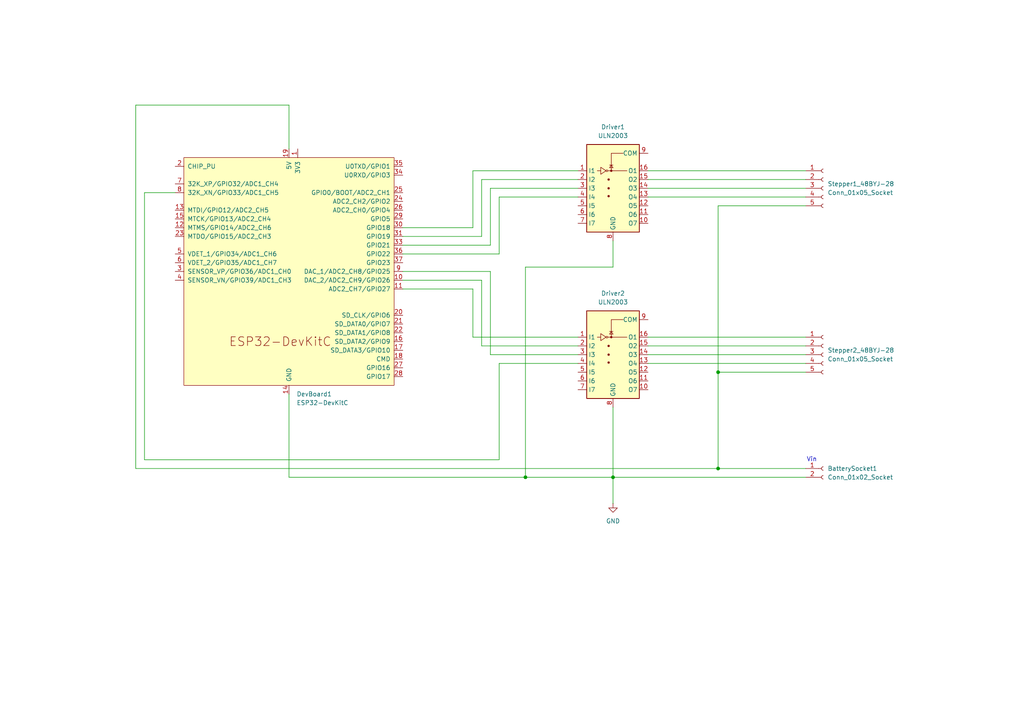
<source format=kicad_sch>
(kicad_sch
	(version 20231120)
	(generator "eeschema")
	(generator_version "8.0")
	(uuid "249b1823-d36b-4066-a894-3c9c5b875b6d")
	(paper "A4")
	(title_block
		(title "Assembly Line : Drone V1")
		(date "2024-03-05")
	)
	(lib_symbols
		(symbol "Connector:Conn_01x02_Socket"
			(pin_names
				(offset 1.016) hide)
			(exclude_from_sim no)
			(in_bom yes)
			(on_board yes)
			(property "Reference" "J"
				(at 0 2.54 0)
				(effects
					(font
						(size 1.27 1.27)
					)
				)
			)
			(property "Value" "Conn_01x02_Socket"
				(at 0 -5.08 0)
				(effects
					(font
						(size 1.27 1.27)
					)
				)
			)
			(property "Footprint" ""
				(at 0 0 0)
				(effects
					(font
						(size 1.27 1.27)
					)
					(hide yes)
				)
			)
			(property "Datasheet" "~"
				(at 0 0 0)
				(effects
					(font
						(size 1.27 1.27)
					)
					(hide yes)
				)
			)
			(property "Description" "Generic connector, single row, 01x02, script generated"
				(at 0 0 0)
				(effects
					(font
						(size 1.27 1.27)
					)
					(hide yes)
				)
			)
			(property "ki_locked" ""
				(at 0 0 0)
				(effects
					(font
						(size 1.27 1.27)
					)
				)
			)
			(property "ki_keywords" "connector"
				(at 0 0 0)
				(effects
					(font
						(size 1.27 1.27)
					)
					(hide yes)
				)
			)
			(property "ki_fp_filters" "Connector*:*_1x??_*"
				(at 0 0 0)
				(effects
					(font
						(size 1.27 1.27)
					)
					(hide yes)
				)
			)
			(symbol "Conn_01x02_Socket_1_1"
				(arc
					(start 0 -2.032)
					(mid -0.5058 -2.54)
					(end 0 -3.048)
					(stroke
						(width 0.1524)
						(type default)
					)
					(fill
						(type none)
					)
				)
				(polyline
					(pts
						(xy -1.27 -2.54) (xy -0.508 -2.54)
					)
					(stroke
						(width 0.1524)
						(type default)
					)
					(fill
						(type none)
					)
				)
				(polyline
					(pts
						(xy -1.27 0) (xy -0.508 0)
					)
					(stroke
						(width 0.1524)
						(type default)
					)
					(fill
						(type none)
					)
				)
				(arc
					(start 0 0.508)
					(mid -0.5058 0)
					(end 0 -0.508)
					(stroke
						(width 0.1524)
						(type default)
					)
					(fill
						(type none)
					)
				)
				(pin passive line
					(at -5.08 0 0)
					(length 3.81)
					(name "Pin_1"
						(effects
							(font
								(size 1.27 1.27)
							)
						)
					)
					(number "1"
						(effects
							(font
								(size 1.27 1.27)
							)
						)
					)
				)
				(pin passive line
					(at -5.08 -2.54 0)
					(length 3.81)
					(name "Pin_2"
						(effects
							(font
								(size 1.27 1.27)
							)
						)
					)
					(number "2"
						(effects
							(font
								(size 1.27 1.27)
							)
						)
					)
				)
			)
		)
		(symbol "Connector:Conn_01x05_Socket"
			(pin_names
				(offset 1.016) hide)
			(exclude_from_sim no)
			(in_bom yes)
			(on_board yes)
			(property "Reference" "J"
				(at 0 7.62 0)
				(effects
					(font
						(size 1.27 1.27)
					)
				)
			)
			(property "Value" "Conn_01x05_Socket"
				(at 0 -7.62 0)
				(effects
					(font
						(size 1.27 1.27)
					)
				)
			)
			(property "Footprint" ""
				(at 0 0 0)
				(effects
					(font
						(size 1.27 1.27)
					)
					(hide yes)
				)
			)
			(property "Datasheet" "~"
				(at 0 0 0)
				(effects
					(font
						(size 1.27 1.27)
					)
					(hide yes)
				)
			)
			(property "Description" "Generic connector, single row, 01x05, script generated"
				(at 0 0 0)
				(effects
					(font
						(size 1.27 1.27)
					)
					(hide yes)
				)
			)
			(property "ki_locked" ""
				(at 0 0 0)
				(effects
					(font
						(size 1.27 1.27)
					)
				)
			)
			(property "ki_keywords" "connector"
				(at 0 0 0)
				(effects
					(font
						(size 1.27 1.27)
					)
					(hide yes)
				)
			)
			(property "ki_fp_filters" "Connector*:*_1x??_*"
				(at 0 0 0)
				(effects
					(font
						(size 1.27 1.27)
					)
					(hide yes)
				)
			)
			(symbol "Conn_01x05_Socket_1_1"
				(arc
					(start 0 -4.572)
					(mid -0.5058 -5.08)
					(end 0 -5.588)
					(stroke
						(width 0.1524)
						(type default)
					)
					(fill
						(type none)
					)
				)
				(arc
					(start 0 -2.032)
					(mid -0.5058 -2.54)
					(end 0 -3.048)
					(stroke
						(width 0.1524)
						(type default)
					)
					(fill
						(type none)
					)
				)
				(polyline
					(pts
						(xy -1.27 -5.08) (xy -0.508 -5.08)
					)
					(stroke
						(width 0.1524)
						(type default)
					)
					(fill
						(type none)
					)
				)
				(polyline
					(pts
						(xy -1.27 -2.54) (xy -0.508 -2.54)
					)
					(stroke
						(width 0.1524)
						(type default)
					)
					(fill
						(type none)
					)
				)
				(polyline
					(pts
						(xy -1.27 0) (xy -0.508 0)
					)
					(stroke
						(width 0.1524)
						(type default)
					)
					(fill
						(type none)
					)
				)
				(polyline
					(pts
						(xy -1.27 2.54) (xy -0.508 2.54)
					)
					(stroke
						(width 0.1524)
						(type default)
					)
					(fill
						(type none)
					)
				)
				(polyline
					(pts
						(xy -1.27 5.08) (xy -0.508 5.08)
					)
					(stroke
						(width 0.1524)
						(type default)
					)
					(fill
						(type none)
					)
				)
				(arc
					(start 0 0.508)
					(mid -0.5058 0)
					(end 0 -0.508)
					(stroke
						(width 0.1524)
						(type default)
					)
					(fill
						(type none)
					)
				)
				(arc
					(start 0 3.048)
					(mid -0.5058 2.54)
					(end 0 2.032)
					(stroke
						(width 0.1524)
						(type default)
					)
					(fill
						(type none)
					)
				)
				(arc
					(start 0 5.588)
					(mid -0.5058 5.08)
					(end 0 4.572)
					(stroke
						(width 0.1524)
						(type default)
					)
					(fill
						(type none)
					)
				)
				(pin passive line
					(at -5.08 5.08 0)
					(length 3.81)
					(name "Pin_1"
						(effects
							(font
								(size 1.27 1.27)
							)
						)
					)
					(number "1"
						(effects
							(font
								(size 1.27 1.27)
							)
						)
					)
				)
				(pin passive line
					(at -5.08 2.54 0)
					(length 3.81)
					(name "Pin_2"
						(effects
							(font
								(size 1.27 1.27)
							)
						)
					)
					(number "2"
						(effects
							(font
								(size 1.27 1.27)
							)
						)
					)
				)
				(pin passive line
					(at -5.08 0 0)
					(length 3.81)
					(name "Pin_3"
						(effects
							(font
								(size 1.27 1.27)
							)
						)
					)
					(number "3"
						(effects
							(font
								(size 1.27 1.27)
							)
						)
					)
				)
				(pin passive line
					(at -5.08 -2.54 0)
					(length 3.81)
					(name "Pin_4"
						(effects
							(font
								(size 1.27 1.27)
							)
						)
					)
					(number "4"
						(effects
							(font
								(size 1.27 1.27)
							)
						)
					)
				)
				(pin passive line
					(at -5.08 -5.08 0)
					(length 3.81)
					(name "Pin_5"
						(effects
							(font
								(size 1.27 1.27)
							)
						)
					)
					(number "5"
						(effects
							(font
								(size 1.27 1.27)
							)
						)
					)
				)
			)
		)
		(symbol "PCM_Espressif:ESP32-DevKitC"
			(pin_names
				(offset 1.016)
			)
			(exclude_from_sim no)
			(in_bom yes)
			(on_board yes)
			(property "Reference" "U"
				(at -30.48 38.1 0)
				(effects
					(font
						(size 1.27 1.27)
					)
					(justify left)
				)
			)
			(property "Value" "ESP32-DevKitC"
				(at -30.48 35.56 0)
				(effects
					(font
						(size 1.27 1.27)
					)
					(justify left)
				)
			)
			(property "Footprint" "PCM_Espressif:ESP32-DevKitC"
				(at 0 -43.18 0)
				(effects
					(font
						(size 1.27 1.27)
					)
					(hide yes)
				)
			)
			(property "Datasheet" "https://docs.espressif.com/projects/esp-idf/zh_CN/latest/esp32/hw-reference/esp32/get-started-devkitc.html"
				(at 0 -45.72 0)
				(effects
					(font
						(size 1.27 1.27)
					)
					(hide yes)
				)
			)
			(property "Description" "Development Kit"
				(at 0 0 0)
				(effects
					(font
						(size 1.27 1.27)
					)
					(hide yes)
				)
			)
			(property "ki_keywords" "ESP32"
				(at 0 0 0)
				(effects
					(font
						(size 1.27 1.27)
					)
					(hide yes)
				)
			)
			(symbol "ESP32-DevKitC_0_0"
				(text "ESP32-DevKitC"
					(at -2.54 -20.32 0)
					(effects
						(font
							(size 2.54 2.54)
						)
					)
				)
				(pin power_in line
					(at 0 -35.56 90)
					(length 2.54)
					(name "GND"
						(effects
							(font
								(size 1.27 1.27)
							)
						)
					)
					(number "14"
						(effects
							(font
								(size 1.27 1.27)
							)
						)
					)
				)
				(pin power_in line
					(at 0 35.56 270)
					(length 2.54)
					(name "5V"
						(effects
							(font
								(size 1.27 1.27)
							)
						)
					)
					(number "19"
						(effects
							(font
								(size 1.27 1.27)
							)
						)
					)
				)
			)
			(symbol "ESP32-DevKitC_0_1"
				(rectangle
					(start -30.48 33.02)
					(end 30.48 -33.02)
					(stroke
						(width 0)
						(type default)
					)
					(fill
						(type background)
					)
				)
			)
			(symbol "ESP32-DevKitC_1_1"
				(pin power_in line
					(at 2.54 35.56 270)
					(length 2.54)
					(name "3V3"
						(effects
							(font
								(size 1.27 1.27)
							)
						)
					)
					(number "1"
						(effects
							(font
								(size 1.27 1.27)
							)
						)
					)
				)
				(pin bidirectional line
					(at 33.02 -2.54 180)
					(length 2.54)
					(name "DAC_2/ADC2_CH9/GPIO26"
						(effects
							(font
								(size 1.27 1.27)
							)
						)
					)
					(number "10"
						(effects
							(font
								(size 1.27 1.27)
							)
						)
					)
				)
				(pin bidirectional line
					(at 33.02 -5.08 180)
					(length 2.54)
					(name "ADC2_CH7/GPIO27"
						(effects
							(font
								(size 1.27 1.27)
							)
						)
					)
					(number "11"
						(effects
							(font
								(size 1.27 1.27)
							)
						)
					)
				)
				(pin bidirectional line
					(at -33.02 12.7 0)
					(length 2.54)
					(name "MTMS/GPIO14/ADC2_CH6"
						(effects
							(font
								(size 1.27 1.27)
							)
						)
					)
					(number "12"
						(effects
							(font
								(size 1.27 1.27)
							)
						)
					)
				)
				(pin bidirectional line
					(at -33.02 17.78 0)
					(length 2.54)
					(name "MTDI/GPIO12/ADC2_CH5"
						(effects
							(font
								(size 1.27 1.27)
							)
						)
					)
					(number "13"
						(effects
							(font
								(size 1.27 1.27)
							)
						)
					)
				)
				(pin bidirectional line
					(at -33.02 15.24 0)
					(length 2.54)
					(name "MTCK/GPIO13/ADC2_CH4"
						(effects
							(font
								(size 1.27 1.27)
							)
						)
					)
					(number "15"
						(effects
							(font
								(size 1.27 1.27)
							)
						)
					)
				)
				(pin bidirectional line
					(at 33.02 -20.32 180)
					(length 2.54)
					(name "SD_DATA2/GPIO9"
						(effects
							(font
								(size 1.27 1.27)
							)
						)
					)
					(number "16"
						(effects
							(font
								(size 1.27 1.27)
							)
						)
					)
				)
				(pin bidirectional line
					(at 33.02 -22.86 180)
					(length 2.54)
					(name "SD_DATA3/GPIO10"
						(effects
							(font
								(size 1.27 1.27)
							)
						)
					)
					(number "17"
						(effects
							(font
								(size 1.27 1.27)
							)
						)
					)
				)
				(pin bidirectional line
					(at 33.02 -25.4 180)
					(length 2.54)
					(name "CMD"
						(effects
							(font
								(size 1.27 1.27)
							)
						)
					)
					(number "18"
						(effects
							(font
								(size 1.27 1.27)
							)
						)
					)
				)
				(pin input line
					(at -33.02 30.48 0)
					(length 2.54)
					(name "CHIP_PU"
						(effects
							(font
								(size 1.27 1.27)
							)
						)
					)
					(number "2"
						(effects
							(font
								(size 1.27 1.27)
							)
						)
					)
				)
				(pin bidirectional line
					(at 33.02 -12.7 180)
					(length 2.54)
					(name "SD_CLK/GPIO6"
						(effects
							(font
								(size 1.27 1.27)
							)
						)
					)
					(number "20"
						(effects
							(font
								(size 1.27 1.27)
							)
						)
					)
				)
				(pin bidirectional line
					(at 33.02 -15.24 180)
					(length 2.54)
					(name "SD_DATA0/GPIO7"
						(effects
							(font
								(size 1.27 1.27)
							)
						)
					)
					(number "21"
						(effects
							(font
								(size 1.27 1.27)
							)
						)
					)
				)
				(pin bidirectional line
					(at 33.02 -17.78 180)
					(length 2.54)
					(name "SD_DATA1/GPIO8"
						(effects
							(font
								(size 1.27 1.27)
							)
						)
					)
					(number "22"
						(effects
							(font
								(size 1.27 1.27)
							)
						)
					)
				)
				(pin bidirectional line
					(at -33.02 10.16 0)
					(length 2.54)
					(name "MTDO/GPIO15/ADC2_CH3"
						(effects
							(font
								(size 1.27 1.27)
							)
						)
					)
					(number "23"
						(effects
							(font
								(size 1.27 1.27)
							)
						)
					)
				)
				(pin bidirectional line
					(at 33.02 20.32 180)
					(length 2.54)
					(name "ADC2_CH2/GPIO2"
						(effects
							(font
								(size 1.27 1.27)
							)
						)
					)
					(number "24"
						(effects
							(font
								(size 1.27 1.27)
							)
						)
					)
				)
				(pin bidirectional line
					(at 33.02 22.86 180)
					(length 2.54)
					(name "GPIO0/BOOT/ADC2_CH1"
						(effects
							(font
								(size 1.27 1.27)
							)
						)
					)
					(number "25"
						(effects
							(font
								(size 1.27 1.27)
							)
						)
					)
				)
				(pin bidirectional line
					(at 33.02 17.78 180)
					(length 2.54)
					(name "ADC2_CH0/GPIO4"
						(effects
							(font
								(size 1.27 1.27)
							)
						)
					)
					(number "26"
						(effects
							(font
								(size 1.27 1.27)
							)
						)
					)
				)
				(pin bidirectional line
					(at 33.02 -27.94 180)
					(length 2.54)
					(name "GPIO16"
						(effects
							(font
								(size 1.27 1.27)
							)
						)
					)
					(number "27"
						(effects
							(font
								(size 1.27 1.27)
							)
						)
					)
				)
				(pin bidirectional line
					(at 33.02 -30.48 180)
					(length 2.54)
					(name "GPIO17"
						(effects
							(font
								(size 1.27 1.27)
							)
						)
					)
					(number "28"
						(effects
							(font
								(size 1.27 1.27)
							)
						)
					)
				)
				(pin bidirectional line
					(at 33.02 15.24 180)
					(length 2.54)
					(name "GPIO5"
						(effects
							(font
								(size 1.27 1.27)
							)
						)
					)
					(number "29"
						(effects
							(font
								(size 1.27 1.27)
							)
						)
					)
				)
				(pin input line
					(at -33.02 0 0)
					(length 2.54)
					(name "SENSOR_VP/GPIO36/ADC1_CH0"
						(effects
							(font
								(size 1.27 1.27)
							)
						)
					)
					(number "3"
						(effects
							(font
								(size 1.27 1.27)
							)
						)
					)
				)
				(pin bidirectional line
					(at 33.02 12.7 180)
					(length 2.54)
					(name "GPIO18"
						(effects
							(font
								(size 1.27 1.27)
							)
						)
					)
					(number "30"
						(effects
							(font
								(size 1.27 1.27)
							)
						)
					)
				)
				(pin bidirectional line
					(at 33.02 10.16 180)
					(length 2.54)
					(name "GPIO19"
						(effects
							(font
								(size 1.27 1.27)
							)
						)
					)
					(number "31"
						(effects
							(font
								(size 1.27 1.27)
							)
						)
					)
				)
				(pin passive line
					(at 0 -35.56 90)
					(length 2.54) hide
					(name "GND"
						(effects
							(font
								(size 1.27 1.27)
							)
						)
					)
					(number "32"
						(effects
							(font
								(size 1.27 1.27)
							)
						)
					)
				)
				(pin bidirectional line
					(at 33.02 7.62 180)
					(length 2.54)
					(name "GPIO21"
						(effects
							(font
								(size 1.27 1.27)
							)
						)
					)
					(number "33"
						(effects
							(font
								(size 1.27 1.27)
							)
						)
					)
				)
				(pin bidirectional line
					(at 33.02 27.94 180)
					(length 2.54)
					(name "U0RXD/GPIO3"
						(effects
							(font
								(size 1.27 1.27)
							)
						)
					)
					(number "34"
						(effects
							(font
								(size 1.27 1.27)
							)
						)
					)
				)
				(pin bidirectional line
					(at 33.02 30.48 180)
					(length 2.54)
					(name "U0TXD/GPIO1"
						(effects
							(font
								(size 1.27 1.27)
							)
						)
					)
					(number "35"
						(effects
							(font
								(size 1.27 1.27)
							)
						)
					)
				)
				(pin bidirectional line
					(at 33.02 5.08 180)
					(length 2.54)
					(name "GPIO22"
						(effects
							(font
								(size 1.27 1.27)
							)
						)
					)
					(number "36"
						(effects
							(font
								(size 1.27 1.27)
							)
						)
					)
				)
				(pin bidirectional line
					(at 33.02 2.54 180)
					(length 2.54)
					(name "GPIO23"
						(effects
							(font
								(size 1.27 1.27)
							)
						)
					)
					(number "37"
						(effects
							(font
								(size 1.27 1.27)
							)
						)
					)
				)
				(pin passive line
					(at 0 -35.56 90)
					(length 2.54) hide
					(name "GND"
						(effects
							(font
								(size 1.27 1.27)
							)
						)
					)
					(number "38"
						(effects
							(font
								(size 1.27 1.27)
							)
						)
					)
				)
				(pin input line
					(at -33.02 -2.54 0)
					(length 2.54)
					(name "SENSOR_VN/GPIO39/ADC1_CH3"
						(effects
							(font
								(size 1.27 1.27)
							)
						)
					)
					(number "4"
						(effects
							(font
								(size 1.27 1.27)
							)
						)
					)
				)
				(pin input line
					(at -33.02 5.08 0)
					(length 2.54)
					(name "VDET_1/GPIO34/ADC1_CH6"
						(effects
							(font
								(size 1.27 1.27)
							)
						)
					)
					(number "5"
						(effects
							(font
								(size 1.27 1.27)
							)
						)
					)
				)
				(pin input line
					(at -33.02 2.54 0)
					(length 2.54)
					(name "VDET_2/GPIO35/ADC1_CH7"
						(effects
							(font
								(size 1.27 1.27)
							)
						)
					)
					(number "6"
						(effects
							(font
								(size 1.27 1.27)
							)
						)
					)
				)
				(pin bidirectional line
					(at -33.02 25.4 0)
					(length 2.54)
					(name "32K_XP/GPIO32/ADC1_CH4"
						(effects
							(font
								(size 1.27 1.27)
							)
						)
					)
					(number "7"
						(effects
							(font
								(size 1.27 1.27)
							)
						)
					)
				)
				(pin bidirectional line
					(at -33.02 22.86 0)
					(length 2.54)
					(name "32K_XN/GPIO33/ADC1_CH5"
						(effects
							(font
								(size 1.27 1.27)
							)
						)
					)
					(number "8"
						(effects
							(font
								(size 1.27 1.27)
							)
						)
					)
				)
				(pin bidirectional line
					(at 33.02 0 180)
					(length 2.54)
					(name "DAC_1/ADC2_CH8/GPIO25"
						(effects
							(font
								(size 1.27 1.27)
							)
						)
					)
					(number "9"
						(effects
							(font
								(size 1.27 1.27)
							)
						)
					)
				)
			)
		)
		(symbol "Transistor_Array:ULN2003"
			(exclude_from_sim no)
			(in_bom yes)
			(on_board yes)
			(property "Reference" "U"
				(at 0 15.875 0)
				(effects
					(font
						(size 1.27 1.27)
					)
				)
			)
			(property "Value" "ULN2003"
				(at 0 13.97 0)
				(effects
					(font
						(size 1.27 1.27)
					)
				)
			)
			(property "Footprint" ""
				(at 1.27 -13.97 0)
				(effects
					(font
						(size 1.27 1.27)
					)
					(justify left)
					(hide yes)
				)
			)
			(property "Datasheet" "http://www.ti.com/lit/ds/symlink/uln2003a.pdf"
				(at 2.54 -5.08 0)
				(effects
					(font
						(size 1.27 1.27)
					)
					(hide yes)
				)
			)
			(property "Description" "High Voltage, High Current Darlington Transistor Arrays, SOIC16/SOIC16W/DIP16/TSSOP16"
				(at 0 0 0)
				(effects
					(font
						(size 1.27 1.27)
					)
					(hide yes)
				)
			)
			(property "ki_keywords" "darlington transistor array"
				(at 0 0 0)
				(effects
					(font
						(size 1.27 1.27)
					)
					(hide yes)
				)
			)
			(property "ki_fp_filters" "DIP*W7.62mm* SOIC*3.9x9.9mm*P1.27mm* SSOP*4.4x5.2mm*P0.65mm* TSSOP*4.4x5mm*P0.65mm* SOIC*W*5.3x10.2mm*P1.27mm*"
				(at 0 0 0)
				(effects
					(font
						(size 1.27 1.27)
					)
					(hide yes)
				)
			)
			(symbol "ULN2003_0_1"
				(rectangle
					(start -7.62 -12.7)
					(end 7.62 12.7)
					(stroke
						(width 0.254)
						(type default)
					)
					(fill
						(type background)
					)
				)
				(circle
					(center -1.778 5.08)
					(radius 0.254)
					(stroke
						(width 0)
						(type default)
					)
					(fill
						(type none)
					)
				)
				(circle
					(center -1.27 -2.286)
					(radius 0.254)
					(stroke
						(width 0)
						(type default)
					)
					(fill
						(type outline)
					)
				)
				(circle
					(center -1.27 0)
					(radius 0.254)
					(stroke
						(width 0)
						(type default)
					)
					(fill
						(type outline)
					)
				)
				(circle
					(center -1.27 2.54)
					(radius 0.254)
					(stroke
						(width 0)
						(type default)
					)
					(fill
						(type outline)
					)
				)
				(circle
					(center -0.508 5.08)
					(radius 0.254)
					(stroke
						(width 0)
						(type default)
					)
					(fill
						(type outline)
					)
				)
				(polyline
					(pts
						(xy -4.572 5.08) (xy -3.556 5.08)
					)
					(stroke
						(width 0)
						(type default)
					)
					(fill
						(type none)
					)
				)
				(polyline
					(pts
						(xy -1.524 5.08) (xy 4.064 5.08)
					)
					(stroke
						(width 0)
						(type default)
					)
					(fill
						(type none)
					)
				)
				(polyline
					(pts
						(xy 0 6.731) (xy -1.016 6.731)
					)
					(stroke
						(width 0)
						(type default)
					)
					(fill
						(type none)
					)
				)
				(polyline
					(pts
						(xy -0.508 5.08) (xy -0.508 10.16) (xy 2.921 10.16)
					)
					(stroke
						(width 0)
						(type default)
					)
					(fill
						(type none)
					)
				)
				(polyline
					(pts
						(xy -3.556 6.096) (xy -3.556 4.064) (xy -2.032 5.08) (xy -3.556 6.096)
					)
					(stroke
						(width 0)
						(type default)
					)
					(fill
						(type none)
					)
				)
				(polyline
					(pts
						(xy 0 5.969) (xy -1.016 5.969) (xy -0.508 6.731) (xy 0 5.969)
					)
					(stroke
						(width 0)
						(type default)
					)
					(fill
						(type none)
					)
				)
			)
			(symbol "ULN2003_1_1"
				(pin input line
					(at -10.16 5.08 0)
					(length 2.54)
					(name "I1"
						(effects
							(font
								(size 1.27 1.27)
							)
						)
					)
					(number "1"
						(effects
							(font
								(size 1.27 1.27)
							)
						)
					)
				)
				(pin open_collector line
					(at 10.16 -10.16 180)
					(length 2.54)
					(name "O7"
						(effects
							(font
								(size 1.27 1.27)
							)
						)
					)
					(number "10"
						(effects
							(font
								(size 1.27 1.27)
							)
						)
					)
				)
				(pin open_collector line
					(at 10.16 -7.62 180)
					(length 2.54)
					(name "O6"
						(effects
							(font
								(size 1.27 1.27)
							)
						)
					)
					(number "11"
						(effects
							(font
								(size 1.27 1.27)
							)
						)
					)
				)
				(pin open_collector line
					(at 10.16 -5.08 180)
					(length 2.54)
					(name "O5"
						(effects
							(font
								(size 1.27 1.27)
							)
						)
					)
					(number "12"
						(effects
							(font
								(size 1.27 1.27)
							)
						)
					)
				)
				(pin open_collector line
					(at 10.16 -2.54 180)
					(length 2.54)
					(name "O4"
						(effects
							(font
								(size 1.27 1.27)
							)
						)
					)
					(number "13"
						(effects
							(font
								(size 1.27 1.27)
							)
						)
					)
				)
				(pin open_collector line
					(at 10.16 0 180)
					(length 2.54)
					(name "O3"
						(effects
							(font
								(size 1.27 1.27)
							)
						)
					)
					(number "14"
						(effects
							(font
								(size 1.27 1.27)
							)
						)
					)
				)
				(pin open_collector line
					(at 10.16 2.54 180)
					(length 2.54)
					(name "O2"
						(effects
							(font
								(size 1.27 1.27)
							)
						)
					)
					(number "15"
						(effects
							(font
								(size 1.27 1.27)
							)
						)
					)
				)
				(pin open_collector line
					(at 10.16 5.08 180)
					(length 2.54)
					(name "O1"
						(effects
							(font
								(size 1.27 1.27)
							)
						)
					)
					(number "16"
						(effects
							(font
								(size 1.27 1.27)
							)
						)
					)
				)
				(pin input line
					(at -10.16 2.54 0)
					(length 2.54)
					(name "I2"
						(effects
							(font
								(size 1.27 1.27)
							)
						)
					)
					(number "2"
						(effects
							(font
								(size 1.27 1.27)
							)
						)
					)
				)
				(pin input line
					(at -10.16 0 0)
					(length 2.54)
					(name "I3"
						(effects
							(font
								(size 1.27 1.27)
							)
						)
					)
					(number "3"
						(effects
							(font
								(size 1.27 1.27)
							)
						)
					)
				)
				(pin input line
					(at -10.16 -2.54 0)
					(length 2.54)
					(name "I4"
						(effects
							(font
								(size 1.27 1.27)
							)
						)
					)
					(number "4"
						(effects
							(font
								(size 1.27 1.27)
							)
						)
					)
				)
				(pin input line
					(at -10.16 -5.08 0)
					(length 2.54)
					(name "I5"
						(effects
							(font
								(size 1.27 1.27)
							)
						)
					)
					(number "5"
						(effects
							(font
								(size 1.27 1.27)
							)
						)
					)
				)
				(pin input line
					(at -10.16 -7.62 0)
					(length 2.54)
					(name "I6"
						(effects
							(font
								(size 1.27 1.27)
							)
						)
					)
					(number "6"
						(effects
							(font
								(size 1.27 1.27)
							)
						)
					)
				)
				(pin input line
					(at -10.16 -10.16 0)
					(length 2.54)
					(name "I7"
						(effects
							(font
								(size 1.27 1.27)
							)
						)
					)
					(number "7"
						(effects
							(font
								(size 1.27 1.27)
							)
						)
					)
				)
				(pin power_in line
					(at 0 -15.24 90)
					(length 2.54)
					(name "GND"
						(effects
							(font
								(size 1.27 1.27)
							)
						)
					)
					(number "8"
						(effects
							(font
								(size 1.27 1.27)
							)
						)
					)
				)
				(pin passive line
					(at 10.16 10.16 180)
					(length 2.54)
					(name "COM"
						(effects
							(font
								(size 1.27 1.27)
							)
						)
					)
					(number "9"
						(effects
							(font
								(size 1.27 1.27)
							)
						)
					)
				)
			)
		)
		(symbol "power:GND"
			(power)
			(pin_numbers hide)
			(pin_names
				(offset 0) hide)
			(exclude_from_sim no)
			(in_bom yes)
			(on_board yes)
			(property "Reference" "#PWR"
				(at 0 -6.35 0)
				(effects
					(font
						(size 1.27 1.27)
					)
					(hide yes)
				)
			)
			(property "Value" "GND"
				(at 0 -3.81 0)
				(effects
					(font
						(size 1.27 1.27)
					)
				)
			)
			(property "Footprint" ""
				(at 0 0 0)
				(effects
					(font
						(size 1.27 1.27)
					)
					(hide yes)
				)
			)
			(property "Datasheet" ""
				(at 0 0 0)
				(effects
					(font
						(size 1.27 1.27)
					)
					(hide yes)
				)
			)
			(property "Description" "Power symbol creates a global label with name \"GND\" , ground"
				(at 0 0 0)
				(effects
					(font
						(size 1.27 1.27)
					)
					(hide yes)
				)
			)
			(property "ki_keywords" "global power"
				(at 0 0 0)
				(effects
					(font
						(size 1.27 1.27)
					)
					(hide yes)
				)
			)
			(symbol "GND_0_1"
				(polyline
					(pts
						(xy 0 0) (xy 0 -1.27) (xy 1.27 -1.27) (xy 0 -2.54) (xy -1.27 -1.27) (xy 0 -1.27)
					)
					(stroke
						(width 0)
						(type default)
					)
					(fill
						(type none)
					)
				)
			)
			(symbol "GND_1_1"
				(pin power_in line
					(at 0 0 270)
					(length 0)
					(name "~"
						(effects
							(font
								(size 1.27 1.27)
							)
						)
					)
					(number "1"
						(effects
							(font
								(size 1.27 1.27)
							)
						)
					)
				)
			)
		)
	)
	(junction
		(at 152.4 138.43)
		(diameter 0)
		(color 0 0 0 0)
		(uuid "4d46a775-337d-4909-8beb-7879a73ae362")
	)
	(junction
		(at 208.28 135.89)
		(diameter 0)
		(color 0 0 0 0)
		(uuid "5ff5ed2a-72bb-4312-b266-78a8e5ab12fa")
	)
	(junction
		(at 177.8 138.43)
		(diameter 0)
		(color 0 0 0 0)
		(uuid "9552b5ea-9506-4d92-a31b-ce9ecc0213ff")
	)
	(junction
		(at 208.28 107.95)
		(diameter 0)
		(color 0 0 0 0)
		(uuid "b228597c-b08c-46b8-9847-ed67a38280c5")
	)
	(wire
		(pts
			(xy 152.4 77.47) (xy 152.4 138.43)
		)
		(stroke
			(width 0)
			(type default)
		)
		(uuid "06755c65-ac62-420f-887b-8011bd2014b9")
	)
	(wire
		(pts
			(xy 144.78 57.15) (xy 167.64 57.15)
		)
		(stroke
			(width 0)
			(type default)
		)
		(uuid "08634318-9948-4e9b-9ce0-6fa3a5c77c39")
	)
	(wire
		(pts
			(xy 142.24 78.74) (xy 116.84 78.74)
		)
		(stroke
			(width 0)
			(type default)
		)
		(uuid "1125d3a2-a8db-4888-98be-c27a09e0a1a4")
	)
	(wire
		(pts
			(xy 39.37 135.89) (xy 39.37 30.48)
		)
		(stroke
			(width 0)
			(type default)
		)
		(uuid "179c4c56-1619-40d8-8941-3d50f1ab5fbb")
	)
	(wire
		(pts
			(xy 187.96 105.41) (xy 233.68 105.41)
		)
		(stroke
			(width 0)
			(type default)
		)
		(uuid "21e06c2f-8f79-41d4-8aeb-2a82bacfb38f")
	)
	(wire
		(pts
			(xy 167.64 102.87) (xy 142.24 102.87)
		)
		(stroke
			(width 0)
			(type default)
		)
		(uuid "26cc8c03-9b3b-4799-924a-c6e7aaf310d3")
	)
	(wire
		(pts
			(xy 167.64 105.41) (xy 144.78 105.41)
		)
		(stroke
			(width 0)
			(type default)
		)
		(uuid "2a706b1f-28cf-40fc-aa30-f08b89b332bc")
	)
	(wire
		(pts
			(xy 144.78 105.41) (xy 144.78 133.35)
		)
		(stroke
			(width 0)
			(type default)
		)
		(uuid "2f9290a6-ff69-46a9-bdef-eb96fa79f8f8")
	)
	(wire
		(pts
			(xy 139.7 100.33) (xy 167.64 100.33)
		)
		(stroke
			(width 0)
			(type default)
		)
		(uuid "2fa134de-e9fb-4ee6-871c-eec71abd4322")
	)
	(wire
		(pts
			(xy 187.96 49.53) (xy 233.68 49.53)
		)
		(stroke
			(width 0)
			(type default)
		)
		(uuid "352b1a57-76f4-4f00-bded-2239f3b448da")
	)
	(wire
		(pts
			(xy 39.37 30.48) (xy 83.82 30.48)
		)
		(stroke
			(width 0)
			(type default)
		)
		(uuid "3576f053-e60a-4783-a692-2bc9e22d48b0")
	)
	(wire
		(pts
			(xy 187.96 52.07) (xy 233.68 52.07)
		)
		(stroke
			(width 0)
			(type default)
		)
		(uuid "38732bb3-c2ff-4364-9876-14a192255077")
	)
	(wire
		(pts
			(xy 187.96 102.87) (xy 233.68 102.87)
		)
		(stroke
			(width 0)
			(type default)
		)
		(uuid "40804863-edfb-4803-949b-6f3bc5f8bd56")
	)
	(wire
		(pts
			(xy 83.82 30.48) (xy 83.82 43.18)
		)
		(stroke
			(width 0)
			(type default)
		)
		(uuid "44e7a6ba-9c6c-47ee-a8ec-2b84b9d5d21d")
	)
	(wire
		(pts
			(xy 177.8 138.43) (xy 177.8 118.11)
		)
		(stroke
			(width 0)
			(type default)
		)
		(uuid "460918e6-27c4-46ba-95e1-92b193923d6c")
	)
	(wire
		(pts
			(xy 116.84 81.28) (xy 139.7 81.28)
		)
		(stroke
			(width 0)
			(type default)
		)
		(uuid "4a33785f-7a0a-4943-831b-c3df5c18673f")
	)
	(wire
		(pts
			(xy 142.24 54.61) (xy 167.64 54.61)
		)
		(stroke
			(width 0)
			(type default)
		)
		(uuid "4d7b00db-982c-497d-88fa-c0ca2dda51f7")
	)
	(wire
		(pts
			(xy 116.84 66.04) (xy 137.16 66.04)
		)
		(stroke
			(width 0)
			(type default)
		)
		(uuid "523f31f4-ca27-422d-95e9-befeed378b15")
	)
	(wire
		(pts
			(xy 152.4 138.43) (xy 177.8 138.43)
		)
		(stroke
			(width 0)
			(type default)
		)
		(uuid "5c8744d6-ffaa-4eaa-bb1e-4bbcd4fd92cc")
	)
	(wire
		(pts
			(xy 187.96 57.15) (xy 233.68 57.15)
		)
		(stroke
			(width 0)
			(type default)
		)
		(uuid "62817f15-2228-44d6-a27a-ed28ad69438a")
	)
	(wire
		(pts
			(xy 137.16 66.04) (xy 137.16 49.53)
		)
		(stroke
			(width 0)
			(type default)
		)
		(uuid "6732966c-6a9a-4ce4-be6d-5e1e68efcfff")
	)
	(wire
		(pts
			(xy 208.28 135.89) (xy 208.28 107.95)
		)
		(stroke
			(width 0)
			(type default)
		)
		(uuid "6964c87f-55a8-4a8c-974b-4476441e1fcd")
	)
	(wire
		(pts
			(xy 41.91 55.88) (xy 50.8 55.88)
		)
		(stroke
			(width 0)
			(type default)
		)
		(uuid "6b171699-4c5d-4121-a0d1-092acaee0570")
	)
	(wire
		(pts
			(xy 137.16 49.53) (xy 167.64 49.53)
		)
		(stroke
			(width 0)
			(type default)
		)
		(uuid "6cf4315d-b271-4d8b-8d97-e0f9bb18d3a8")
	)
	(wire
		(pts
			(xy 139.7 52.07) (xy 139.7 68.58)
		)
		(stroke
			(width 0)
			(type default)
		)
		(uuid "6dc08d8b-1698-4c44-b759-50d0d57cf9f0")
	)
	(wire
		(pts
			(xy 208.28 59.69) (xy 233.68 59.69)
		)
		(stroke
			(width 0)
			(type default)
		)
		(uuid "73e2bb08-370d-4d4e-b34a-ef6728005af7")
	)
	(wire
		(pts
			(xy 116.84 71.12) (xy 142.24 71.12)
		)
		(stroke
			(width 0)
			(type default)
		)
		(uuid "7489d570-c18d-40e0-8d72-c57dbcfa7d61")
	)
	(wire
		(pts
			(xy 177.8 138.43) (xy 177.8 146.05)
		)
		(stroke
			(width 0)
			(type default)
		)
		(uuid "7c358052-be45-4dc0-a3eb-61229aedbb38")
	)
	(wire
		(pts
			(xy 41.91 133.35) (xy 41.91 55.88)
		)
		(stroke
			(width 0)
			(type default)
		)
		(uuid "7f3ce9b5-410f-40bf-9d5c-450c867626e1")
	)
	(wire
		(pts
			(xy 187.96 54.61) (xy 233.68 54.61)
		)
		(stroke
			(width 0)
			(type default)
		)
		(uuid "80882511-dbb7-46ad-be54-11ed260c73c6")
	)
	(wire
		(pts
			(xy 137.16 83.82) (xy 116.84 83.82)
		)
		(stroke
			(width 0)
			(type default)
		)
		(uuid "878be9bd-404d-474a-ae7b-9122bd24cc90")
	)
	(wire
		(pts
			(xy 144.78 73.66) (xy 116.84 73.66)
		)
		(stroke
			(width 0)
			(type default)
		)
		(uuid "8a8c6c5d-0151-447a-839b-53c2ded4052b")
	)
	(wire
		(pts
			(xy 144.78 133.35) (xy 41.91 133.35)
		)
		(stroke
			(width 0)
			(type default)
		)
		(uuid "97e06e7c-908d-46a2-ba44-c76752d2ecab")
	)
	(wire
		(pts
			(xy 83.82 138.43) (xy 152.4 138.43)
		)
		(stroke
			(width 0)
			(type default)
		)
		(uuid "9ee4d6e3-3a2f-49b7-94d6-8717a6edcf25")
	)
	(wire
		(pts
			(xy 137.16 97.79) (xy 137.16 83.82)
		)
		(stroke
			(width 0)
			(type default)
		)
		(uuid "ac9814f6-fac5-48e9-9a5b-18b6a857cec9")
	)
	(wire
		(pts
			(xy 187.96 100.33) (xy 233.68 100.33)
		)
		(stroke
			(width 0)
			(type default)
		)
		(uuid "acb0bdc5-7f08-496f-a572-49d0855fc9e4")
	)
	(wire
		(pts
			(xy 83.82 138.43) (xy 83.82 114.3)
		)
		(stroke
			(width 0)
			(type default)
		)
		(uuid "b2102c8d-d2ec-40cd-9437-9323f34fbd68")
	)
	(wire
		(pts
			(xy 233.68 135.89) (xy 208.28 135.89)
		)
		(stroke
			(width 0)
			(type default)
		)
		(uuid "b88cf2d5-4753-4569-96f4-3c02de46b76b")
	)
	(wire
		(pts
			(xy 167.64 97.79) (xy 137.16 97.79)
		)
		(stroke
			(width 0)
			(type default)
		)
		(uuid "bebbfe9e-f41a-4653-9673-d055746bd4cd")
	)
	(wire
		(pts
			(xy 208.28 107.95) (xy 233.68 107.95)
		)
		(stroke
			(width 0)
			(type default)
		)
		(uuid "bfe9b905-9bf4-40aa-9cbc-3f5973770a4c")
	)
	(wire
		(pts
			(xy 177.8 77.47) (xy 152.4 77.47)
		)
		(stroke
			(width 0)
			(type default)
		)
		(uuid "c2e3a569-00d1-4c57-a036-9e3b6c350f09")
	)
	(wire
		(pts
			(xy 177.8 138.43) (xy 233.68 138.43)
		)
		(stroke
			(width 0)
			(type default)
		)
		(uuid "cc2d43c9-9b4f-46e5-8dd2-007387d86610")
	)
	(wire
		(pts
			(xy 144.78 73.66) (xy 144.78 57.15)
		)
		(stroke
			(width 0)
			(type default)
		)
		(uuid "d338b166-2162-4a23-bd82-b58c4abe4d1e")
	)
	(wire
		(pts
			(xy 139.7 81.28) (xy 139.7 100.33)
		)
		(stroke
			(width 0)
			(type default)
		)
		(uuid "d6e6e8ff-c737-46da-9039-a7e637925a84")
	)
	(wire
		(pts
			(xy 116.84 68.58) (xy 139.7 68.58)
		)
		(stroke
			(width 0)
			(type default)
		)
		(uuid "d8691f50-f186-45f9-b703-5bdb2f8a8d7c")
	)
	(wire
		(pts
			(xy 167.64 52.07) (xy 139.7 52.07)
		)
		(stroke
			(width 0)
			(type default)
		)
		(uuid "df025a28-164d-4c38-a563-875db0b26af5")
	)
	(wire
		(pts
			(xy 177.8 69.85) (xy 177.8 77.47)
		)
		(stroke
			(width 0)
			(type default)
		)
		(uuid "e9f15eb6-f6d4-4428-9033-0e8d48f1f91a")
	)
	(wire
		(pts
			(xy 208.28 135.89) (xy 39.37 135.89)
		)
		(stroke
			(width 0)
			(type default)
		)
		(uuid "ec3645a0-4258-4157-99c8-0af99818283d")
	)
	(wire
		(pts
			(xy 142.24 102.87) (xy 142.24 78.74)
		)
		(stroke
			(width 0)
			(type default)
		)
		(uuid "f4330155-894a-410a-9115-ddf3f3d513be")
	)
	(wire
		(pts
			(xy 142.24 71.12) (xy 142.24 54.61)
		)
		(stroke
			(width 0)
			(type default)
		)
		(uuid "f6030c62-a505-45e5-aee7-05dfe8e8e22b")
	)
	(wire
		(pts
			(xy 208.28 107.95) (xy 208.28 59.69)
		)
		(stroke
			(width 0)
			(type default)
		)
		(uuid "fbef2066-5a9f-491c-aa0f-0716b8e5be92")
	)
	(wire
		(pts
			(xy 187.96 97.79) (xy 233.68 97.79)
		)
		(stroke
			(width 0)
			(type default)
		)
		(uuid "ff263650-a40f-4d82-a8a0-104a20b4a0eb")
	)
	(text "Vin"
		(exclude_from_sim no)
		(at 235.458 133.35 0)
		(effects
			(font
				(size 1.27 1.27)
			)
		)
		(uuid "de3f88e6-81b8-4bce-a21c-0ff58f0f0a83")
	)
	(symbol
		(lib_id "Connector:Conn_01x02_Socket")
		(at 238.76 135.89 0)
		(unit 1)
		(exclude_from_sim no)
		(in_bom yes)
		(on_board yes)
		(dnp no)
		(fields_autoplaced yes)
		(uuid "3f91ea48-1cde-4567-b06a-fe0b316869a9")
		(property "Reference" "BatterySocket1"
			(at 240.03 135.8899 0)
			(effects
				(font
					(size 1.27 1.27)
				)
				(justify left)
			)
		)
		(property "Value" "Conn_01x02_Socket"
			(at 240.03 138.4299 0)
			(effects
				(font
					(size 1.27 1.27)
				)
				(justify left)
			)
		)
		(property "Footprint" "Connector_JST:JST_XH_S2B-XH-A_1x02_P2.50mm_Horizontal"
			(at 238.76 135.89 0)
			(effects
				(font
					(size 1.27 1.27)
				)
				(hide yes)
			)
		)
		(property "Datasheet" "~"
			(at 238.76 135.89 0)
			(effects
				(font
					(size 1.27 1.27)
				)
				(hide yes)
			)
		)
		(property "Description" "Generic connector, single row, 01x02, script generated"
			(at 238.76 135.89 0)
			(effects
				(font
					(size 1.27 1.27)
				)
				(hide yes)
			)
		)
		(pin "2"
			(uuid "1d46f8de-190d-4fac-a970-0db438a53d90")
		)
		(pin "1"
			(uuid "cd4c109c-e01b-41b0-b1ed-52bbb2abec89")
		)
		(instances
			(project "PCB_DroneV1"
				(path "/249b1823-d36b-4066-a894-3c9c5b875b6d"
					(reference "BatterySocket1")
					(unit 1)
				)
			)
		)
	)
	(symbol
		(lib_id "Connector:Conn_01x05_Socket")
		(at 238.76 54.61 0)
		(unit 1)
		(exclude_from_sim no)
		(in_bom yes)
		(on_board yes)
		(dnp no)
		(fields_autoplaced yes)
		(uuid "57a51521-a4e9-4eed-8924-ff67e3f1987b")
		(property "Reference" "Stepper1_48BYJ-28"
			(at 240.03 53.3399 0)
			(effects
				(font
					(size 1.27 1.27)
				)
				(justify left)
			)
		)
		(property "Value" "Conn_01x05_Socket"
			(at 240.03 55.8799 0)
			(effects
				(font
					(size 1.27 1.27)
				)
				(justify left)
			)
		)
		(property "Footprint" "Connector_JST:JST_XH_B5B-XH-A_1x05_P2.50mm_Vertical"
			(at 238.76 54.61 0)
			(effects
				(font
					(size 1.27 1.27)
				)
				(hide yes)
			)
		)
		(property "Datasheet" "~"
			(at 238.76 54.61 0)
			(effects
				(font
					(size 1.27 1.27)
				)
				(hide yes)
			)
		)
		(property "Description" "Generic connector, single row, 01x05, script generated"
			(at 238.76 54.61 0)
			(effects
				(font
					(size 1.27 1.27)
				)
				(hide yes)
			)
		)
		(pin "4"
			(uuid "91b84209-f5f4-4d15-9d45-e27cf0fc45c4")
		)
		(pin "5"
			(uuid "b50835fa-66a7-4097-a9c9-96f2fa86ec4c")
		)
		(pin "1"
			(uuid "338b50f2-f85c-418b-8789-53a1509898e9")
		)
		(pin "3"
			(uuid "e0b29d43-7c19-424e-ac69-b3332e4cf5a0")
		)
		(pin "2"
			(uuid "2d62a3c8-f7fa-4251-9ee8-a991c24d2384")
		)
		(instances
			(project "PCB_DroneV1"
				(path "/249b1823-d36b-4066-a894-3c9c5b875b6d"
					(reference "Stepper1_48BYJ-28")
					(unit 1)
				)
			)
		)
	)
	(symbol
		(lib_id "PCM_Espressif:ESP32-DevKitC")
		(at 83.82 78.74 0)
		(unit 1)
		(exclude_from_sim no)
		(in_bom yes)
		(on_board yes)
		(dnp no)
		(fields_autoplaced yes)
		(uuid "6a1be338-1d99-455c-bb16-8476e4bc5755")
		(property "Reference" "DevBoard1"
			(at 86.0141 114.3 0)
			(effects
				(font
					(size 1.27 1.27)
				)
				(justify left)
			)
		)
		(property "Value" "ESP32-DevKitC"
			(at 86.0141 116.84 0)
			(effects
				(font
					(size 1.27 1.27)
				)
				(justify left)
			)
		)
		(property "Footprint" "PCM_Espressif:ESP32-DevKitC"
			(at 83.82 121.92 0)
			(effects
				(font
					(size 1.27 1.27)
				)
				(hide yes)
			)
		)
		(property "Datasheet" "https://docs.espressif.com/projects/esp-idf/zh_CN/latest/esp32/hw-reference/esp32/get-started-devkitc.html"
			(at 83.82 124.46 0)
			(effects
				(font
					(size 1.27 1.27)
				)
				(hide yes)
			)
		)
		(property "Description" "Development Kit"
			(at 83.82 78.74 0)
			(effects
				(font
					(size 1.27 1.27)
				)
				(hide yes)
			)
		)
		(pin "18"
			(uuid "a1b8e63f-3bcc-4940-8eb9-df815d451cfb")
		)
		(pin "23"
			(uuid "26ea6421-4e23-4e7d-9d70-9c84530cc245")
		)
		(pin "26"
			(uuid "b703bb5a-3058-465c-b0b1-05f45d7f1f28")
		)
		(pin "27"
			(uuid "1a4ad5e3-262d-4b9f-894a-f069a833eeb7")
		)
		(pin "29"
			(uuid "c6508bdc-48ae-4be1-b049-3337cc763491")
		)
		(pin "20"
			(uuid "0484e729-05bf-4ef3-9d23-c7cfd3a7c3b9")
		)
		(pin "22"
			(uuid "473d14e9-4625-4a94-8c49-22006030d0ed")
		)
		(pin "28"
			(uuid "430aa553-eb3b-4ec6-8415-cadbdce0e1aa")
		)
		(pin "1"
			(uuid "fd5dd9b2-9318-4116-818a-56070aad9d1a")
		)
		(pin "15"
			(uuid "a82d0a17-dc7e-4ef8-8033-4db688f5f6a5")
		)
		(pin "32"
			(uuid "e46ec8df-0d8b-47a7-a29f-4f8d5638953a")
		)
		(pin "8"
			(uuid "8e7aa358-f111-4c37-a710-0e2665a5a860")
		)
		(pin "17"
			(uuid "9892bbb3-ec8f-4fed-a080-bbeb985ca8ba")
		)
		(pin "24"
			(uuid "0c4f7f6a-8897-4a12-8ed0-7badfb60f136")
		)
		(pin "36"
			(uuid "65d4ab56-8a0a-4645-b43f-9c9e3ef898af")
		)
		(pin "4"
			(uuid "52f45b7b-ab7b-4579-bc72-926d4dd2eaf6")
		)
		(pin "7"
			(uuid "ff9457b6-b314-4edb-b0c8-5432250a49ea")
		)
		(pin "35"
			(uuid "5393ba39-5434-4dcf-afed-28062adac2c0")
		)
		(pin "2"
			(uuid "cc4b93ef-a44f-472e-b6c1-9fc8c174a42b")
		)
		(pin "11"
			(uuid "647e7307-41bc-459e-aa00-97def977fd68")
		)
		(pin "21"
			(uuid "5d7ac6ef-35b7-448b-b311-d6e5e51226e9")
		)
		(pin "10"
			(uuid "934bbbee-4a6d-442d-bcb7-cea7b6f35dda")
		)
		(pin "13"
			(uuid "47a13226-b673-4db9-9db9-d1b38096eae8")
		)
		(pin "6"
			(uuid "af7ac931-6210-4ed1-aefc-2a687d1a1b11")
		)
		(pin "37"
			(uuid "7fb9ed93-54bc-4607-8070-74a80b698688")
		)
		(pin "38"
			(uuid "7da26d0b-bff2-4b65-8e00-5919245b0927")
		)
		(pin "16"
			(uuid "b54b0633-e512-419f-a7e6-084d896fc393")
		)
		(pin "30"
			(uuid "d00eb1d9-f7a1-4eae-a461-4bcbbe22129a")
		)
		(pin "33"
			(uuid "d70ad80a-a1bc-4929-a27b-53e6b6b16245")
		)
		(pin "5"
			(uuid "62780081-8b6f-46e1-b97f-cb4eca1163b2")
		)
		(pin "25"
			(uuid "d135c52c-0fca-4096-9042-a9dfba6c4134")
		)
		(pin "34"
			(uuid "cc776c0e-b418-431b-bbf7-b81f64a3c539")
		)
		(pin "9"
			(uuid "1de6367c-01e7-4715-b64c-4bb9d70b1dfc")
		)
		(pin "14"
			(uuid "f461d514-ec26-4dc0-b0bf-2aca7357120b")
		)
		(pin "3"
			(uuid "5f681a41-9b8c-47fa-ac70-2c0876267596")
		)
		(pin "12"
			(uuid "f0d19e2e-9985-4715-81cf-914564eeb089")
		)
		(pin "31"
			(uuid "703e4d48-838d-4b20-8350-ec2107c95818")
		)
		(pin "19"
			(uuid "656ed1f4-9772-4888-9d35-c166a5ccd625")
		)
		(instances
			(project "PCB_DroneV1"
				(path "/249b1823-d36b-4066-a894-3c9c5b875b6d"
					(reference "DevBoard1")
					(unit 1)
				)
			)
		)
	)
	(symbol
		(lib_id "Connector:Conn_01x05_Socket")
		(at 238.76 102.87 0)
		(unit 1)
		(exclude_from_sim no)
		(in_bom yes)
		(on_board yes)
		(dnp no)
		(fields_autoplaced yes)
		(uuid "953f44bb-5d2f-46f7-9cbc-56d661d8fe73")
		(property "Reference" "Stepper2_48BYJ-28"
			(at 240.03 101.5999 0)
			(effects
				(font
					(size 1.27 1.27)
				)
				(justify left)
			)
		)
		(property "Value" "Conn_01x05_Socket"
			(at 240.03 104.1399 0)
			(effects
				(font
					(size 1.27 1.27)
				)
				(justify left)
			)
		)
		(property "Footprint" "Connector_JST:JST_XH_B5B-XH-A_1x05_P2.50mm_Vertical"
			(at 238.76 102.87 0)
			(effects
				(font
					(size 1.27 1.27)
				)
				(hide yes)
			)
		)
		(property "Datasheet" "~"
			(at 238.76 102.87 0)
			(effects
				(font
					(size 1.27 1.27)
				)
				(hide yes)
			)
		)
		(property "Description" "Generic connector, single row, 01x05, script generated"
			(at 238.76 102.87 0)
			(effects
				(font
					(size 1.27 1.27)
				)
				(hide yes)
			)
		)
		(pin "4"
			(uuid "ff80eb58-06da-4c6a-bcc0-be1da071d14d")
		)
		(pin "5"
			(uuid "39b0f063-c900-4db7-8ea5-e78dcb467fe4")
		)
		(pin "1"
			(uuid "10d66f78-6f3c-4843-b4ce-ab9ec85e50ad")
		)
		(pin "3"
			(uuid "d3d530ac-82d1-41df-90dd-e8621614f969")
		)
		(pin "2"
			(uuid "81b5c24a-f5a0-4b2e-8106-31ee954b2b61")
		)
		(instances
			(project "PCB_DroneV1"
				(path "/249b1823-d36b-4066-a894-3c9c5b875b6d"
					(reference "Stepper2_48BYJ-28")
					(unit 1)
				)
			)
		)
	)
	(symbol
		(lib_id "Transistor_Array:ULN2003")
		(at 177.8 54.61 0)
		(unit 1)
		(exclude_from_sim no)
		(in_bom yes)
		(on_board yes)
		(dnp no)
		(fields_autoplaced yes)
		(uuid "9e3fd550-0b76-4ea2-b50d-25a0244cbd38")
		(property "Reference" "Driver1"
			(at 177.8 36.83 0)
			(effects
				(font
					(size 1.27 1.27)
				)
			)
		)
		(property "Value" "ULN2003"
			(at 177.8 39.37 0)
			(effects
				(font
					(size 1.27 1.27)
				)
			)
		)
		(property "Footprint" "Package_DIP:DIP-16_W7.62mm_SMDSocket_SmallPads"
			(at 179.07 68.58 0)
			(effects
				(font
					(size 1.27 1.27)
				)
				(justify left)
				(hide yes)
			)
		)
		(property "Datasheet" "http://www.ti.com/lit/ds/symlink/uln2003a.pdf"
			(at 180.34 59.69 0)
			(effects
				(font
					(size 1.27 1.27)
				)
				(hide yes)
			)
		)
		(property "Description" "High Voltage, High Current Darlington Transistor Arrays, SOIC16/SOIC16W/DIP16/TSSOP16"
			(at 177.8 54.61 0)
			(effects
				(font
					(size 1.27 1.27)
				)
				(hide yes)
			)
		)
		(pin "11"
			(uuid "1c8b1208-836d-460b-a11a-ee69fc50afa2")
		)
		(pin "1"
			(uuid "cb360d35-d6c5-4afa-9c5d-95442d926220")
		)
		(pin "13"
			(uuid "590d2198-6fcf-45b0-9824-b429a4c16b29")
		)
		(pin "10"
			(uuid "d8329df8-1cdf-44d0-86b8-7d2a74197183")
		)
		(pin "14"
			(uuid "4aadedbd-1cff-468d-9692-458d9dfff635")
		)
		(pin "2"
			(uuid "ca388458-a664-47c9-9d2f-c0ea4fdaad75")
		)
		(pin "12"
			(uuid "d9b3cb01-037a-4db0-9a0a-3fde9869eec1")
		)
		(pin "3"
			(uuid "96241c26-5625-49d4-afc1-02d7a9204052")
		)
		(pin "15"
			(uuid "a3c6e9c6-3e9e-4e62-8e94-3c8e661e42b3")
		)
		(pin "16"
			(uuid "f08b6877-2094-478d-a126-d95d3f2bdc1f")
		)
		(pin "8"
			(uuid "fb045f09-b799-4338-91d2-dfb59f84ece6")
		)
		(pin "4"
			(uuid "39f25cad-23e0-479f-bee6-80410ff63ac5")
		)
		(pin "6"
			(uuid "1ae80ade-2926-44fa-9036-098bec761891")
		)
		(pin "9"
			(uuid "2c9a1d93-c5ea-471a-aff0-a58a0313304e")
		)
		(pin "7"
			(uuid "b7e56368-d4b5-4adb-846b-756c0082f678")
		)
		(pin "5"
			(uuid "68e9ee12-e549-40eb-9737-6e3a58ec5d76")
		)
		(instances
			(project "PCB_DroneV1"
				(path "/249b1823-d36b-4066-a894-3c9c5b875b6d"
					(reference "Driver1")
					(unit 1)
				)
			)
		)
	)
	(symbol
		(lib_id "power:GND")
		(at 177.8 146.05 0)
		(unit 1)
		(exclude_from_sim no)
		(in_bom yes)
		(on_board yes)
		(dnp no)
		(fields_autoplaced yes)
		(uuid "aabd66a0-f5be-412f-8b27-01972636df7e")
		(property "Reference" "#PWR01"
			(at 177.8 152.4 0)
			(effects
				(font
					(size 1.27 1.27)
				)
				(hide yes)
			)
		)
		(property "Value" "GND"
			(at 177.8 151.13 0)
			(effects
				(font
					(size 1.27 1.27)
				)
			)
		)
		(property "Footprint" ""
			(at 177.8 146.05 0)
			(effects
				(font
					(size 1.27 1.27)
				)
				(hide yes)
			)
		)
		(property "Datasheet" ""
			(at 177.8 146.05 0)
			(effects
				(font
					(size 1.27 1.27)
				)
				(hide yes)
			)
		)
		(property "Description" "Power symbol creates a global label with name \"GND\" , ground"
			(at 177.8 146.05 0)
			(effects
				(font
					(size 1.27 1.27)
				)
				(hide yes)
			)
		)
		(pin "1"
			(uuid "8c1fb83a-9716-4221-ab02-4fe78c45c727")
		)
		(instances
			(project "PCB_DroneV1"
				(path "/249b1823-d36b-4066-a894-3c9c5b875b6d"
					(reference "#PWR01")
					(unit 1)
				)
			)
		)
	)
	(symbol
		(lib_id "Transistor_Array:ULN2003")
		(at 177.8 102.87 0)
		(unit 1)
		(exclude_from_sim no)
		(in_bom yes)
		(on_board yes)
		(dnp no)
		(fields_autoplaced yes)
		(uuid "fc1ecd77-e74e-408a-818b-bb216820663a")
		(property "Reference" "Driver2"
			(at 177.8 85.09 0)
			(effects
				(font
					(size 1.27 1.27)
				)
			)
		)
		(property "Value" "ULN2003"
			(at 177.8 87.63 0)
			(effects
				(font
					(size 1.27 1.27)
				)
			)
		)
		(property "Footprint" "Package_DIP:DIP-16_W7.62mm_SMDSocket_SmallPads"
			(at 179.07 116.84 0)
			(effects
				(font
					(size 1.27 1.27)
				)
				(justify left)
				(hide yes)
			)
		)
		(property "Datasheet" "http://www.ti.com/lit/ds/symlink/uln2003a.pdf"
			(at 180.34 107.95 0)
			(effects
				(font
					(size 1.27 1.27)
				)
				(hide yes)
			)
		)
		(property "Description" "High Voltage, High Current Darlington Transistor Arrays, SOIC16/SOIC16W/DIP16/TSSOP16"
			(at 177.8 102.87 0)
			(effects
				(font
					(size 1.27 1.27)
				)
				(hide yes)
			)
		)
		(pin "11"
			(uuid "5fbf8604-5d6e-4864-9054-f1b71c36d05d")
		)
		(pin "1"
			(uuid "e0748ce3-51e8-4f70-af2e-155b8d9b374a")
		)
		(pin "13"
			(uuid "fe3143c7-4ad3-4ef3-a1a7-29125f7b988f")
		)
		(pin "10"
			(uuid "cb4cd794-b59f-4499-8d51-cb9d20205a98")
		)
		(pin "14"
			(uuid "a69d9bea-d496-40dc-8c18-6cfc213e64a6")
		)
		(pin "2"
			(uuid "c3799795-88f3-439d-a8ea-0eaa3a495380")
		)
		(pin "12"
			(uuid "9e40df25-b4e9-4eb4-ac75-a4bc8092634b")
		)
		(pin "3"
			(uuid "5f36f453-f61f-410d-9c49-782b37cb807e")
		)
		(pin "15"
			(uuid "f95628da-5027-40e3-a08e-50752f350a48")
		)
		(pin "16"
			(uuid "7c560581-64b8-43e4-8d85-82977d098688")
		)
		(pin "8"
			(uuid "cb5895a2-c33d-4db2-b1e6-a4846f8f6cd5")
		)
		(pin "4"
			(uuid "4858da48-1056-4533-adb5-09780f2d1fea")
		)
		(pin "6"
			(uuid "d14d4422-343b-4b8f-9ec4-8b8cd1d960e8")
		)
		(pin "9"
			(uuid "c0db2332-6ac3-43dd-b7e2-c7c285882e1a")
		)
		(pin "7"
			(uuid "3575421a-2b93-4376-a890-4f9373646da7")
		)
		(pin "5"
			(uuid "52b189a8-89a1-44f2-9b73-d40a59973c3f")
		)
		(instances
			(project "PCB_DroneV1"
				(path "/249b1823-d36b-4066-a894-3c9c5b875b6d"
					(reference "Driver2")
					(unit 1)
				)
			)
		)
	)
	(sheet_instances
		(path "/"
			(page "1")
		)
	)
)
</source>
